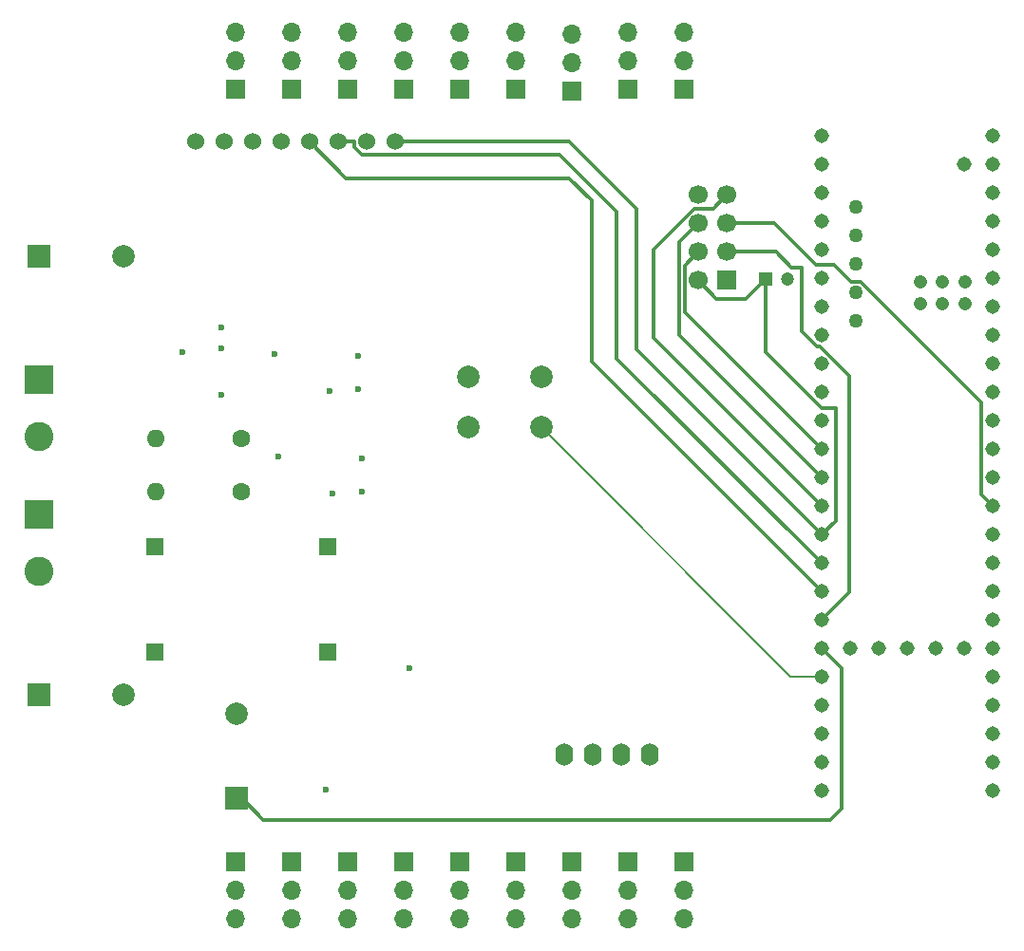
<source format=gbr>
%TF.GenerationSoftware,KiCad,Pcbnew,8.0.7*%
%TF.CreationDate,2025-07-19T14:15:59-04:00*%
%TF.ProjectId,Hexapod V2,48657861-706f-4642-9056-322e6b696361,rev?*%
%TF.SameCoordinates,Original*%
%TF.FileFunction,Copper,L3,Inr*%
%TF.FilePolarity,Positive*%
%FSLAX46Y46*%
G04 Gerber Fmt 4.6, Leading zero omitted, Abs format (unit mm)*
G04 Created by KiCad (PCBNEW 8.0.7) date 2025-07-19 14:15:59*
%MOMM*%
%LPD*%
G01*
G04 APERTURE LIST*
%TA.AperFunction,ComponentPad*%
%ADD10O,1.600000X2.000000*%
%TD*%
%TA.AperFunction,ComponentPad*%
%ADD11R,1.700000X1.700000*%
%TD*%
%TA.AperFunction,ComponentPad*%
%ADD12O,1.700000X1.700000*%
%TD*%
%TA.AperFunction,ComponentPad*%
%ADD13R,2.600000X2.600000*%
%TD*%
%TA.AperFunction,ComponentPad*%
%ADD14C,2.600000*%
%TD*%
%TA.AperFunction,ComponentPad*%
%ADD15R,2.000000X2.000000*%
%TD*%
%TA.AperFunction,ComponentPad*%
%ADD16C,2.000000*%
%TD*%
%TA.AperFunction,ComponentPad*%
%ADD17C,1.308000*%
%TD*%
%TA.AperFunction,ComponentPad*%
%ADD18C,1.258000*%
%TD*%
%TA.AperFunction,ComponentPad*%
%ADD19C,1.208000*%
%TD*%
%TA.AperFunction,ComponentPad*%
%ADD20R,1.200000X1.200000*%
%TD*%
%TA.AperFunction,ComponentPad*%
%ADD21C,1.200000*%
%TD*%
%TA.AperFunction,ComponentPad*%
%ADD22C,1.600000*%
%TD*%
%TA.AperFunction,ComponentPad*%
%ADD23O,1.600000X1.600000*%
%TD*%
%TA.AperFunction,ComponentPad*%
%ADD24C,1.524000*%
%TD*%
%TA.AperFunction,ComponentPad*%
%ADD25R,1.524000X1.524000*%
%TD*%
%TA.AperFunction,ComponentPad*%
%ADD26C,1.700000*%
%TD*%
%TA.AperFunction,ViaPad*%
%ADD27C,0.600000*%
%TD*%
%TA.AperFunction,Conductor*%
%ADD28C,0.200000*%
%TD*%
%TA.AperFunction,Conductor*%
%ADD29C,0.300000*%
%TD*%
G04 APERTURE END LIST*
D10*
%TO.N,GND*%
%TO.C,SSD1306*%
X134420000Y-107450000D03*
%TO.N,+3.3V*%
X131880000Y-107450000D03*
%TO.N,N/C*%
X129340000Y-107450000D03*
X126800000Y-107450000D03*
%TD*%
D11*
%TO.N,GND*%
%TO.C,T4*%
X102500000Y-48080000D03*
D12*
%TO.N,VIN*%
X102500000Y-45540000D03*
%TO.N,S8*%
X102500000Y-43000000D03*
%TD*%
D13*
%TO.N,VIN*%
%TO.C,J3*%
X80000000Y-86000000D03*
D14*
X80000000Y-91080000D03*
%TD*%
D11*
%TO.N,GND*%
%TO.C,C44*%
X132500000Y-48080000D03*
D12*
%TO.N,VIN*%
X132500000Y-45540000D03*
%TO.N,S2*%
X132500000Y-43000000D03*
%TD*%
D11*
%TO.N,GND*%
%TO.C,T2*%
X107500000Y-48080000D03*
D12*
%TO.N,VIN*%
X107500000Y-45540000D03*
%TO.N,S7*%
X107500000Y-43000000D03*
%TD*%
D11*
%TO.N,GND*%
%TO.C,T5*%
X137500000Y-117000000D03*
D12*
%TO.N,VIN*%
X137500000Y-119540000D03*
%TO.N,S10*%
X137500000Y-122080000D03*
%TD*%
D11*
%TO.N,GND*%
%TO.C,F1*%
X112500000Y-117000000D03*
D12*
%TO.N,VIN*%
X112500000Y-119540000D03*
%TO.N,S15*%
X112500000Y-122080000D03*
%TD*%
D11*
%TO.N,GND*%
%TO.C,C33*%
X102500000Y-117000000D03*
D12*
%TO.N,VIN*%
X102500000Y-119540000D03*
%TO.N,S17*%
X102500000Y-122080000D03*
%TD*%
D11*
%TO.N,GND*%
%TO.C,F4*%
X117500000Y-48080000D03*
D12*
%TO.N,VIN*%
X117500000Y-45540000D03*
%TO.N,S5*%
X117500000Y-43000000D03*
%TD*%
D15*
%TO.N,GND*%
%TO.C,C8*%
X80000000Y-63000000D03*
D16*
%TO.N,VIN*%
X87500000Y-63000000D03*
%TD*%
D17*
%TO.N,S1*%
%TO.C,U4*%
X149750000Y-54790000D03*
%TO.N,S2*%
X149750000Y-57330000D03*
%TO.N,S3*%
X149750000Y-59870000D03*
%TO.N,S4*%
X149750000Y-62410000D03*
%TO.N,+3.3V*%
X149750000Y-87810000D03*
X164990000Y-57330000D03*
X154830000Y-97970000D03*
%TO.N,S5*%
X149750000Y-64950000D03*
%TO.N,S6*%
X149750000Y-67490000D03*
D18*
%TO.N,+5V*%
X152800000Y-58600000D03*
D17*
%TO.N,S7*%
X149750000Y-70030000D03*
%TO.N,S8*%
X149750000Y-72570000D03*
%TO.N,S9*%
X149750000Y-75110000D03*
%TO.N,N/C*%
X149750000Y-77650000D03*
%TO.N,CSN*%
X149750000Y-80190000D03*
%TO.N,MOSI*%
X149750000Y-82730000D03*
%TO.N,MISO*%
X149750000Y-85270000D03*
%TO.N,SCK*%
X164990000Y-85270000D03*
%TO.N,S13*%
X164990000Y-82730000D03*
%TO.N,S14*%
X164990000Y-80190000D03*
%TO.N,Current Reading*%
X164990000Y-77650000D03*
%TO.N,N/C*%
X164990000Y-75110000D03*
%TO.N,S15*%
X164990000Y-72570000D03*
%TO.N,S16*%
X164990000Y-70030000D03*
%TO.N,VD Reading*%
X164990000Y-67490000D03*
%TO.N,unconnected-(U4-A7-Pad21)*%
X164990000Y-64950000D03*
%TO.N,S17*%
X164990000Y-62410000D03*
%TO.N,S18*%
X164990000Y-59870000D03*
%TO.N,SCL*%
X149750000Y-90350000D03*
%TO.N,SDA*%
X149750000Y-92890000D03*
%TO.N,CE*%
X149750000Y-95430000D03*
%TO.N,Buzzer*%
X149750000Y-97970000D03*
%TO.N,Button*%
X149750000Y-100510000D03*
%TO.N,unconnected-(U4-TX7-Pad29)*%
X149750000Y-103050000D03*
%TO.N,LED1*%
X149750000Y-105590000D03*
%TO.N,LED2*%
X149750000Y-108130000D03*
%TO.N,unconnected-(U4-OUT1B-Pad32)*%
X149750000Y-110670000D03*
%TO.N,S10*%
X164990000Y-110670000D03*
%TO.N,unconnected-(U4-RX8-Pad34)*%
X164990000Y-108130000D03*
%TO.N,unconnected-(U4-TX8-Pad35)*%
X164990000Y-105590000D03*
%TO.N,S11*%
X164990000Y-103050000D03*
%TO.N,S12*%
X164990000Y-100510000D03*
%TO.N,unconnected-(U4-A14-Pad38)*%
X164990000Y-97970000D03*
%TO.N,unconnected-(U4-A15-Pad39)*%
X164990000Y-95430000D03*
%TO.N,unconnected-(U4-A16-Pad40)*%
X164990000Y-92890000D03*
%TO.N,unconnected-(U4-A17-Pad41)*%
X164990000Y-90350000D03*
D18*
%TO.N,unconnected-(U4-PadD+)*%
X152800000Y-63680000D03*
%TO.N,unconnected-(U4-PadD-)*%
X152800000Y-61140000D03*
D17*
%TO.N,GND*%
X149750000Y-52250000D03*
X164990000Y-87810000D03*
X164990000Y-54790000D03*
X157370000Y-97970000D03*
D19*
X160540000Y-67220000D03*
%TO.N,unconnected-(U4-PadLED)*%
X160540000Y-65220000D03*
D17*
%TO.N,unconnected-(U4-PadON{slash}OFF)*%
X162450000Y-97970000D03*
%TO.N,unconnected-(U4-PadPROGRAM)*%
X159910000Y-97970000D03*
D19*
%TO.N,unconnected-(U4-PadR+)*%
X162540000Y-65220000D03*
%TO.N,unconnected-(U4-PadR-)*%
X162540000Y-67220000D03*
%TO.N,unconnected-(U4-PadT+)*%
X158540000Y-67220000D03*
%TO.N,unconnected-(U4-PadT-)*%
X158540000Y-65220000D03*
D18*
%TO.N,Net-(U4-USB_GND-PadUSB_GND1)*%
X152800000Y-66220000D03*
X152800000Y-68760000D03*
D17*
%TO.N,unconnected-(U4-PadVBAT)*%
X152290000Y-97970000D03*
%TO.N,+5V*%
X164990000Y-52250000D03*
%TO.N,unconnected-(U4-PadVUSB)*%
X162450000Y-54790000D03*
%TD*%
D11*
%TO.N,GND*%
%TO.C,F5*%
X122500000Y-117000000D03*
D12*
%TO.N,VIN*%
X122500000Y-119540000D03*
%TO.N,S13*%
X122500000Y-122080000D03*
%TD*%
D11*
%TO.N,GND*%
%TO.C,F3*%
X117500000Y-117000000D03*
D12*
%TO.N,VIN*%
X117500000Y-119540000D03*
%TO.N,S14*%
X117500000Y-122080000D03*
%TD*%
D11*
%TO.N,GND*%
%TO.C,F2*%
X122500000Y-48080000D03*
D12*
%TO.N,VIN*%
X122500000Y-45540000D03*
%TO.N,S4*%
X122500000Y-43000000D03*
%TD*%
D11*
%TO.N,GND*%
%TO.C,T1*%
X127500000Y-117000000D03*
D12*
%TO.N,VIN*%
X127500000Y-119540000D03*
%TO.N,S12*%
X127500000Y-122080000D03*
%TD*%
D11*
%TO.N,GND*%
%TO.C,F6*%
X112500000Y-48080000D03*
D12*
%TO.N,VIN*%
X112500000Y-45540000D03*
%TO.N,S6*%
X112500000Y-43000000D03*
%TD*%
D20*
%TO.N,+3.3V*%
%TO.C,C1*%
X144750000Y-65000000D03*
D21*
%TO.N,GND*%
X146750000Y-65000000D03*
%TD*%
D11*
%TO.N,GND*%
%TO.C,C55*%
X107500000Y-117000000D03*
D12*
%TO.N,VIN*%
X107500000Y-119540000D03*
%TO.N,S16*%
X107500000Y-122080000D03*
%TD*%
D11*
%TO.N,GND*%
%TO.C,C11*%
X97500000Y-117000000D03*
D12*
%TO.N,VIN*%
X97500000Y-119540000D03*
%TO.N,S18*%
X97500000Y-122080000D03*
%TD*%
D11*
%TO.N,GND*%
%TO.C,C44*%
X127500000Y-48250000D03*
D12*
%TO.N,VIN*%
X127500000Y-45710000D03*
%TO.N,S3*%
X127500000Y-43170000D03*
%TD*%
D22*
%TO.N,GND*%
%TO.C,R3*%
X98060000Y-84000000D03*
D23*
%TO.N,VD Reading*%
X90440000Y-84000000D03*
%TD*%
D11*
%TO.N,GND*%
%TO.C,T3*%
X132500000Y-117000000D03*
D12*
%TO.N,VIN*%
X132500000Y-119540000D03*
%TO.N,S11*%
X132500000Y-122080000D03*
%TD*%
D15*
%TO.N,Buzzer*%
%TO.C,BZ1*%
X97600000Y-111350000D03*
D16*
%TO.N,GND*%
X97600000Y-103750000D03*
%TD*%
D24*
%TO.N,+3.3V*%
%TO.C,U2*%
X111763000Y-52765000D03*
%TO.N,GND*%
X109223000Y-52765000D03*
%TO.N,SCL*%
X106683000Y-52765000D03*
%TO.N,SDA*%
X104143000Y-52765000D03*
%TO.N,unconnected-(U2-XDA-Pad5)*%
X101603000Y-52765000D03*
%TO.N,unconnected-(U2-XCL-Pad6)*%
X99063000Y-52765000D03*
%TO.N,unconnected-(U2-ADD-Pad7)*%
X96523000Y-52765000D03*
%TO.N,unconnected-(U2-INT-Pad8)*%
X93983000Y-52765000D03*
%TD*%
D13*
%TO.N,GND*%
%TO.C,J2*%
X80000000Y-74000000D03*
D14*
%TO.N,VIN*%
X80000000Y-79080000D03*
%TD*%
D25*
%TO.N,GND*%
%TO.C,U5*%
X105700000Y-88900000D03*
%TO.N,+5V*%
X105700000Y-98300000D03*
%TO.N,GND*%
X90300000Y-88900000D03*
%TO.N,VIN*%
X90300000Y-98300000D03*
%TD*%
D11*
%TO.N,GND*%
%TO.C,C22*%
X137500000Y-48080000D03*
D12*
%TO.N,VIN*%
X137500000Y-45540000D03*
%TO.N,S1*%
X137500000Y-43000000D03*
%TD*%
D11*
%TO.N,GND*%
%TO.C,T6*%
X97500000Y-48080000D03*
D12*
%TO.N,VIN*%
X97500000Y-45540000D03*
%TO.N,S9*%
X97500000Y-43000000D03*
%TD*%
D15*
%TO.N,GND*%
%TO.C,C9*%
X80000000Y-102080000D03*
D16*
%TO.N,VIN*%
X87500000Y-102080000D03*
%TD*%
D22*
%TO.N,VD Reading*%
%TO.C,R4*%
X98060000Y-79250000D03*
D23*
%TO.N,VIN*%
X90440000Y-79250000D03*
%TD*%
D11*
%TO.N,GND*%
%TO.C,U3*%
X141289500Y-65125000D03*
D26*
%TO.N,+3.3V*%
X138749500Y-65125000D03*
%TO.N,CE*%
X141289500Y-62585000D03*
%TO.N,CSN*%
X138749500Y-62585000D03*
%TO.N,SCK*%
X141289500Y-60045000D03*
%TO.N,MOSI*%
X138749500Y-60045000D03*
%TO.N,MISO*%
X141289500Y-57505000D03*
%TO.N,N/C*%
X138749500Y-57505000D03*
%TD*%
D16*
%TO.N,Button*%
%TO.C,REF\u002A\u002A*%
X124750000Y-78250000D03*
X118250000Y-78250000D03*
%TO.N,+3.3V*%
X124750000Y-73750000D03*
X118250000Y-73750000D03*
%TD*%
D27*
%TO.N,GND*%
X105525000Y-110560000D03*
X96275000Y-75365000D03*
X96250000Y-69300000D03*
X108750000Y-83975000D03*
X108450000Y-74825000D03*
X106200000Y-84150000D03*
X105900000Y-75000000D03*
%TO.N,+5V*%
X101325000Y-80825000D03*
X101025000Y-71725000D03*
X108750000Y-81000000D03*
X108450000Y-71875000D03*
X113000000Y-99750000D03*
X96250000Y-71200000D03*
X92750000Y-71500000D03*
%TD*%
D28*
%TO.N,Button*%
X147010000Y-100510000D02*
X124750000Y-78250000D01*
X149750000Y-100510000D02*
X147010000Y-100510000D01*
D29*
%TO.N,MISO*%
X134750000Y-70270000D02*
X149750000Y-85270000D01*
X134750000Y-62347443D02*
X134750000Y-70270000D01*
X138392443Y-58705000D02*
X134750000Y-62347443D01*
X140089500Y-58705000D02*
X138392443Y-58705000D01*
X141289500Y-57505000D02*
X140089500Y-58705000D01*
%TO.N,Buzzer*%
X151500000Y-112250000D02*
X150500000Y-113250000D01*
X98100000Y-111350000D02*
X97600000Y-111350000D01*
X149750000Y-97970000D02*
X151500000Y-99720000D01*
X100000000Y-113250000D02*
X98100000Y-111350000D01*
X151500000Y-99720000D02*
X151500000Y-112250000D01*
X150500000Y-113250000D02*
X100000000Y-113250000D01*
%TO.N,CSN*%
X138749500Y-62585000D02*
X137549500Y-63785000D01*
X137549500Y-63785000D02*
X137549500Y-67989500D01*
X137549500Y-67989500D02*
X149750000Y-80190000D01*
%TO.N,SCK*%
X149250000Y-63750000D02*
X150903484Y-63750000D01*
X150903484Y-63750000D02*
X152394484Y-65241000D01*
X152394484Y-65241000D02*
X153241000Y-65241000D01*
X145545000Y-60045000D02*
X149250000Y-63750000D01*
X141289500Y-60045000D02*
X145545000Y-60045000D01*
X163986000Y-75986000D02*
X163986000Y-84266000D01*
X163986000Y-84266000D02*
X164990000Y-85270000D01*
X153241000Y-65241000D02*
X163986000Y-75986000D01*
%TO.N,MOSI*%
X138749500Y-60045000D02*
X137049500Y-61745000D01*
X137049500Y-61745000D02*
X137049500Y-70029500D01*
X137049500Y-70029500D02*
X149750000Y-82730000D01*
%TO.N,SDA*%
X127250000Y-56000000D02*
X107378000Y-56000000D01*
X149750000Y-92890000D02*
X129250000Y-72390000D01*
X129250000Y-72390000D02*
X129250000Y-58000000D01*
X107378000Y-56000000D02*
X104143000Y-52765000D01*
X129250000Y-58000000D02*
X127250000Y-56000000D01*
%TO.N,SCL*%
X126377000Y-53877000D02*
X131500000Y-59000000D01*
X131500000Y-72100000D02*
X149750000Y-90350000D01*
X108111000Y-53225606D02*
X108762394Y-53877000D01*
X108762394Y-53877000D02*
X126377000Y-53877000D01*
X131500000Y-59000000D02*
X131500000Y-72100000D01*
X106683000Y-52765000D02*
X108111000Y-52765000D01*
X108111000Y-52765000D02*
X108111000Y-53225606D01*
%TO.N,+3.3V*%
X133250000Y-58750000D02*
X133250000Y-71310000D01*
X111763000Y-52765000D02*
X127265000Y-52765000D01*
X133250000Y-71310000D02*
X149750000Y-87810000D01*
X151000000Y-86560000D02*
X151000000Y-76504000D01*
X144750000Y-71529871D02*
X144750000Y-65000000D01*
X140374500Y-66750000D02*
X138749500Y-65125000D01*
X149750000Y-87810000D02*
X151000000Y-86560000D01*
X144750000Y-65000000D02*
X143000000Y-66750000D01*
X149724129Y-76504000D02*
X144750000Y-71529871D01*
X127265000Y-52765000D02*
X133250000Y-58750000D01*
X143000000Y-66750000D02*
X140374500Y-66750000D01*
X151000000Y-76504000D02*
X149724129Y-76504000D01*
%TO.N,CE*%
X148000000Y-69699871D02*
X149334129Y-71034000D01*
X145678503Y-62585000D02*
X147093503Y-64000000D01*
X149334129Y-71034000D02*
X149633871Y-71034000D01*
X148000000Y-64000000D02*
X148000000Y-69699871D01*
X149633871Y-71034000D02*
X152250000Y-73650129D01*
X152250000Y-92930000D02*
X149750000Y-95430000D01*
X152250000Y-73650129D02*
X152250000Y-92930000D01*
X147093503Y-64000000D02*
X148000000Y-64000000D01*
X141289500Y-62585000D02*
X145678503Y-62585000D01*
%TD*%
M02*

</source>
